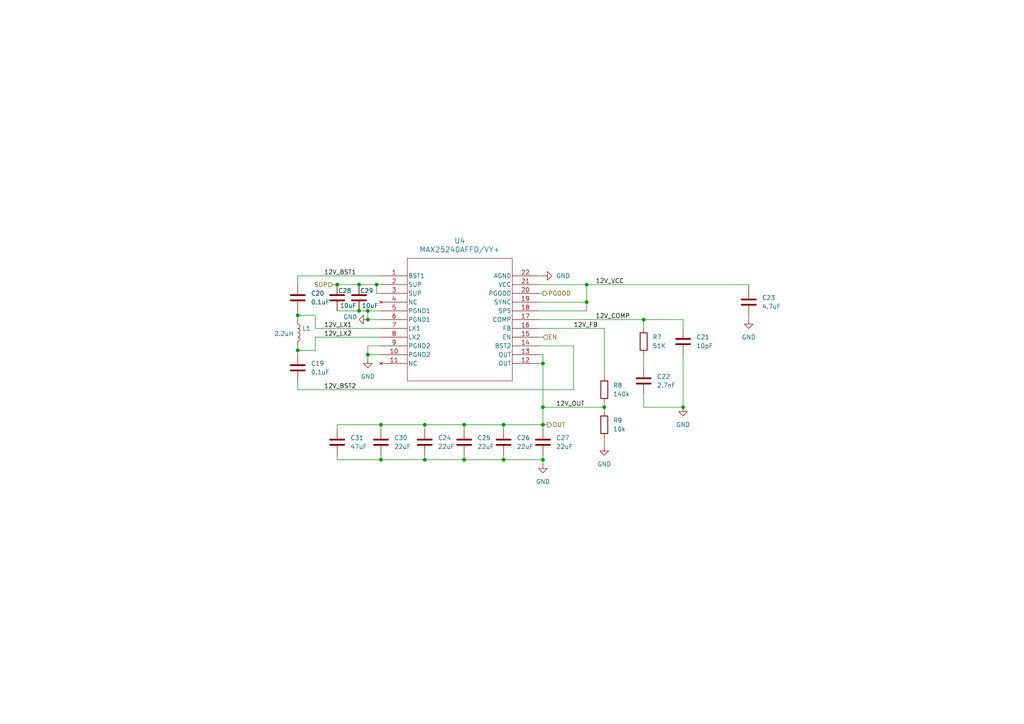
<source format=kicad_sch>
(kicad_sch (version 20250114) (generator "eeschema") (generator_version "9.0")
  (paper "A4")
  (lib_symbols
    (symbol "Device:C" (pin_numbers (hide yes)) (pin_names (offset 0.254))
      (property "Reference" "C" (at 0.635 2.54 0))
      (property "Value" "C" (at 0.635 -2.54 0))
      (symbol "C_0_1"
        (polyline (pts (xy -2.032 0.762) (xy 2.032 0.762)) (stroke (width 0.508)))
        (polyline (pts (xy -2.032 -0.762) (xy 2.032 -0.762)) (stroke (width 0.508)))
      )
      (symbol "C_1_1"
        (pin passive line (at 0 3.81 270) (length 2.794) (name "~") (number "1"))
        (pin passive line (at 0 -3.81 90) (length 2.794) (name "~") (number "2"))
      )
    )
    (symbol "Device:L" (pin_numbers (hide yes)) (pin_names (offset 1.016) (hide yes))
      (property "Reference" "L" (at -1.27 0 90))
      (property "Value" "L" (at 1.905 0 90))
      (symbol "L_0_1"
        (arc (start 0 2.54) (mid 0.6323 1.905) (end 0 1.27))
        (arc (start 0 1.27) (mid 0.6323 0.635) (end 0 0))
        (arc (start 0 0) (mid 0.6323 -0.635) (end 0 -1.27))
        (arc (start 0 -1.27) (mid 0.6323 -1.905) (end 0 -2.54))
      )
      (symbol "L_1_1"
        (pin passive line (at 0 3.81 270) (length 1.27) (name "1") (number "1"))
        (pin passive line (at 0 -3.81 90) (length 1.27) (name "2") (number "2"))
      )
    )
    (symbol "Device:R" (pin_numbers (hide yes)) (pin_names (offset 0))
      (property "Reference" "R" (at 2.032 0 90))
      (property "Value" "R" (at 0 0 90))
      (symbol "R_0_1"
        (rectangle (start -1.016 -2.54) (end 1.016 2.54) (stroke (width 0.254)))
      )
      (symbol "R_1_1"
        (pin passive line (at 0 3.81 270) (length 1.27) (name "~") (number "1"))
        (pin passive line (at 0 -3.81 90) (length 1.27) (name "~") (number "2"))
      )
    )
    (symbol "MAX25240:MAX25240AFFD_VY+" (pin_names (offset 0.254))
      (property "Reference" "U" (at 22.86 10.16 0))
      (property "Value" "MAX25240AFFD/VY+" (at 22.86 7.62 0))
      (symbol "MAX25240AFFD_VY+_0_1"
        (polyline (pts (xy 7.62 5.08) (xy 7.62 -30.48)) (stroke (width 0.127)))
        (polyline (pts (xy 7.62 -30.48) (xy 38.1 -30.48)) (stroke (width 0.127)))
        (polyline (pts (xy 38.1 5.08) (xy 7.62 5.08)) (stroke (width 0.127)))
        (polyline (pts (xy 38.1 -30.48) (xy 38.1 5.08)) (stroke (width 0.127)))
        (pin power_in line (at 0 0 0) (length 7.62) (name "BST1") (number "1"))
        (pin power_in line (at 0 -2.54 0) (length 7.62) (name "SUP") (number "2"))
        (pin power_in line (at 0 -5.08 0) (length 7.62) (name "SUP") (number "3"))
        (pin no_connect line (at 0 -7.62 0) (length 7.62) (name "NC") (number "4"))
        (pin power_out line (at 0 -10.16 0) (length 7.62) (name "PGND1") (number "5"))
        (pin power_out line (at 0 -12.7 0) (length 7.62) (name "PGND1") (number "6"))
        (pin power_in line (at 0 -15.24 0) (length 7.62) (name "LX1") (number "7"))
        (pin power_in line (at 0 -17.78 0) (length 7.62) (name "LX2") (number "8"))
        (pin power_out line (at 0 -20.32 0) (length 7.62) (name "PGND2") (number "9"))
        (pin power_out line (at 0 -22.86 0) (length 7.62) (name "PGND2") (number "10"))
        (pin no_connect line (at 0 -25.4 0) (length 7.62) (name "NC") (number "11"))
        (pin power_out line (at 45.72 0 180) (length 7.62) (name "AGND") (number "22"))
        (pin power_in line (at 45.72 -2.54 180) (length 7.62) (name "VCC") (number "21"))
        (pin output line (at 45.72 -5.08 180) (length 7.62) (name "PGOOD") (number "20"))
        (pin input line (at 45.72 -7.62 180) (length 7.62) (name "SYNC") (number "19"))
        (pin input line (at 45.72 -10.16 180) (length 7.62) (name "SPS") (number "18"))
        (pin output line (at 45.72 -12.7 180) (length 7.62) (name "COMP") (number "17"))
        (pin input line (at 45.72 -15.24 180) (length 7.62) (name "FB") (number "16"))
        (pin input line (at 45.72 -17.78 180) (length 7.62) (name "EN") (number "15"))
        (pin bidirectional line (at 45.72 -20.32 180) (length 7.62) (name "BST2") (number "14"))
        (pin output line (at 45.72 -22.86 180) (length 7.62) (name "OUT") (number "13"))
        (pin output line (at 45.72 -25.4 180) (length 7.62) (name "OUT") (number "12"))
      )
    )
    (symbol "power:GND" (power) (pin_numbers (hide yes)) (pin_names (offset 0) (hide yes))
      (property "Value" "GND" (at 0 -3.81 0))
      (symbol "GND_0_1"
        (polyline (pts (xy 0 0) (xy 0 -1.27) (xy 1.27 -1.27) (xy 0 -2.54) (xy -1.27 -1.27) (xy 0 -1.27)))
      )
      (symbol "GND_1_1"
        (pin power_in line (at 0 0 270) (length 0) (name "~") (number "1"))
      )
    )
  )
  (junction (at 97.79 82.55))
  (junction (at 170.18 82.55))
  (junction (at 106.68 102.87))
  (junction (at 104.14 90.17))
  (junction (at 157.48 118.11))
  (junction (at 134.62 123.19))
  (junction (at 109.22 82.55))
  (junction (at 86.36 91.44))
  (junction (at 110.49 123.19))
  (junction (at 157.48 105.41))
  (junction (at 186.69 92.71))
  (junction (at 123.19 123.19))
  (junction (at 106.68 90.17))
  (junction (at 157.48 133.35))
  (junction (at 86.36 101.6))
  (junction (at 146.05 123.19))
  (junction (at 170.18 87.63))
  (junction (at 110.49 133.35))
  (junction (at 104.14 82.55))
  (junction (at 198.12 118.11))
  (junction (at 106.68 92.71))
  (junction (at 123.19 133.35))
  (junction (at 146.05 133.35))
  (junction (at 157.48 123.19))
  (junction (at 134.62 133.35))
  (junction (at 175.26 118.11))
  (wire (pts (xy 198.12 92.71) (xy 198.12 95.25)))
  (wire (pts (xy 91.44 101.6) (xy 86.36 101.6)))
  (wire (pts (xy 156.21 95.25) (xy 175.26 95.25)))
  (wire (pts (xy 134.62 123.19) (xy 134.62 124.46)))
  (wire (pts (xy 110.49 85.09) (xy 109.22 85.09)))
  (wire (pts (xy 109.22 82.55) (xy 110.49 82.55)))
  (wire (pts (xy 97.79 123.19) (xy 110.49 123.19)))
  (wire (pts (xy 104.14 82.55) (xy 109.22 82.55)))
  (wire (pts (xy 110.49 133.35) (xy 123.19 133.35)))
  (wire (pts (xy 110.49 95.25) (xy 91.44 95.25)))
  (wire (pts (xy 156.21 87.63) (xy 170.18 87.63)))
  (wire (pts (xy 186.69 118.11) (xy 198.12 118.11)))
  (wire (pts (xy 170.18 87.63) (xy 170.18 82.55)))
  (wire (pts (xy 96.52 82.55) (xy 97.79 82.55)))
  (wire (pts (xy 134.62 123.19) (xy 146.05 123.19)))
  (wire (pts (xy 86.36 90.17) (xy 86.36 91.44)))
  (wire (pts (xy 198.12 102.87) (xy 198.12 118.11)))
  (wire (pts (xy 156.21 92.71) (xy 186.69 92.71)))
  (wire (pts (xy 123.19 133.35) (xy 134.62 133.35)))
  (wire (pts (xy 157.48 123.19) (xy 158.75 123.19)))
  (wire (pts (xy 110.49 123.19) (xy 123.19 123.19)))
  (wire (pts (xy 175.26 119.38) (xy 175.26 118.11)))
  (wire (pts (xy 123.19 124.46) (xy 123.19 123.19)))
  (wire (pts (xy 86.36 101.6) (xy 86.36 102.87)))
  (wire (pts (xy 156.21 80.01) (xy 157.48 80.01)))
  (wire (pts (xy 134.62 133.35) (xy 146.05 133.35)))
  (wire (pts (xy 217.17 82.55) (xy 217.17 83.82)))
  (wire (pts (xy 146.05 123.19) (xy 146.05 124.46)))
  (wire (pts (xy 186.69 114.3) (xy 186.69 118.11)))
  (wire (pts (xy 110.49 100.33) (xy 106.68 100.33)))
  (wire (pts (xy 110.49 92.71) (xy 106.68 92.71)))
  (wire (pts (xy 157.48 133.35) (xy 157.48 132.08)))
  (wire (pts (xy 106.68 90.17) (xy 106.68 92.71)))
  (wire (pts (xy 146.05 133.35) (xy 157.48 133.35)))
  (wire (pts (xy 86.36 80.01) (xy 110.49 80.01)))
  (wire (pts (xy 156.21 97.79) (xy 157.48 97.79)))
  (wire (pts (xy 109.22 85.09) (xy 109.22 82.55)))
  (wire (pts (xy 123.19 132.08) (xy 123.19 133.35)))
  (wire (pts (xy 186.69 92.71) (xy 198.12 92.71)))
  (wire (pts (xy 170.18 90.17) (xy 170.18 87.63)))
  (wire (pts (xy 186.69 92.71) (xy 186.69 95.25)))
  (wire (pts (xy 97.79 82.55) (xy 104.14 82.55)))
  (wire (pts (xy 166.37 100.33) (xy 156.21 100.33)))
  (wire (pts (xy 123.19 123.19) (xy 134.62 123.19)))
  (wire (pts (xy 146.05 132.08) (xy 146.05 133.35)))
  (wire (pts (xy 157.48 133.35) (xy 157.48 134.62)))
  (wire (pts (xy 97.79 132.08) (xy 97.79 133.35)))
  (wire (pts (xy 156.21 102.87) (xy 157.48 102.87)))
  (wire (pts (xy 86.36 101.6) (xy 86.36 100.33)))
  (wire (pts (xy 156.21 105.41) (xy 157.48 105.41)))
  (wire (pts (xy 166.37 113.03) (xy 166.37 100.33)))
  (wire (pts (xy 157.48 123.19) (xy 146.05 123.19)))
  (wire (pts (xy 110.49 132.08) (xy 110.49 133.35)))
  (wire (pts (xy 110.49 124.46) (xy 110.49 123.19)))
  (wire (pts (xy 97.79 124.46) (xy 97.79 123.19)))
  (wire (pts (xy 106.68 100.33) (xy 106.68 102.87)))
  (wire (pts (xy 170.18 82.55) (xy 156.21 82.55)))
  (wire (pts (xy 156.21 90.17) (xy 170.18 90.17)))
  (wire (pts (xy 157.48 105.41) (xy 157.48 118.11)))
  (wire (pts (xy 175.26 118.11) (xy 157.48 118.11)))
  (wire (pts (xy 217.17 82.55) (xy 170.18 82.55)))
  (wire (pts (xy 91.44 97.79) (xy 91.44 101.6)))
  (wire (pts (xy 110.49 90.17) (xy 106.68 90.17)))
  (wire (pts (xy 106.68 102.87) (xy 106.68 104.14)))
  (wire (pts (xy 97.79 133.35) (xy 110.49 133.35)))
  (wire (pts (xy 110.49 97.79) (xy 91.44 97.79)))
  (wire (pts (xy 217.17 91.44) (xy 217.17 92.71)))
  (wire (pts (xy 86.36 110.49) (xy 86.36 113.03)))
  (wire (pts (xy 175.26 127) (xy 175.26 129.54)))
  (wire (pts (xy 175.26 116.84) (xy 175.26 118.11)))
  (wire (pts (xy 156.21 85.09) (xy 157.48 85.09)))
  (wire (pts (xy 175.26 109.22) (xy 175.26 95.25)))
  (wire (pts (xy 104.14 90.17) (xy 106.68 90.17)))
  (wire (pts (xy 86.36 113.03) (xy 166.37 113.03)))
  (wire (pts (xy 157.48 118.11) (xy 157.48 123.19)))
  (wire (pts (xy 86.36 91.44) (xy 86.36 92.71)))
  (wire (pts (xy 91.44 95.25) (xy 91.44 91.44)))
  (wire (pts (xy 157.48 123.19) (xy 157.48 124.46)))
  (wire (pts (xy 186.69 102.87) (xy 186.69 106.68)))
  (wire (pts (xy 91.44 91.44) (xy 86.36 91.44)))
  (wire (pts (xy 86.36 82.55) (xy 86.36 80.01)))
  (wire (pts (xy 134.62 132.08) (xy 134.62 133.35)))
  (wire (pts (xy 157.48 102.87) (xy 157.48 105.41)))
  (wire (pts (xy 106.68 102.87) (xy 110.49 102.87)))
  (wire (pts (xy 97.79 90.17) (xy 104.14 90.17)))
  (label "12V_BST1" (at 93.98 80.01 0))
  (label "12V_COMP" (at 172.72 92.71 0))
  (label "12V_BST2" (at 93.98 113.03 0))
  (label "12V_FB" (at 166.37 95.25 0))
  (label "12V_LX1" (at 93.98 95.25 0))
  (label "12V_VCC" (at 172.72 82.55 0))
  (label "12V_OUT" (at 161.29 118.11 0))
  (label "12V_LX2" (at 93.98 97.79 0))
  (hierarchical_label "PGOOD" (shape output) (at 157.48 85.09 0))
  (hierarchical_label "EN" (shape input) (at 157.48 97.79 0))
  (hierarchical_label "SUP" (shape input) (at 96.52 82.55 180))
  (hierarchical_label "OUT" (shape output) (at 158.75 123.19 0))
  (symbol (lib_id "power:GND") (at 157.48 134.62 0) (unit 1)
    (property "Reference" "#PWR024" (effects (hide yes)))
    (property "Value" "GND" (at 157.48 139.7 0))
    (property "Description" "Power symbol creates a global label with name \"GND\" , ground" (effects (hide yes)))
  )
  (symbol (lib_id "Device:C") (at 110.49 128.27 0) (unit 1)
    (property "Reference" "C30" (at 114.3 126.9999 0) (effects (justify left)))
    (property "Value" "22uF" (at 114.3 129.5399 0) (effects (justify left)))
    (property "Description" "Unpolarized capacitor" (effects (hide yes)))
  )
  (symbol (lib_id "Device:C") (at 86.36 86.36 0) (unit 1)
    (property "Reference" "C20" (at 90.17 85.0899 0) (effects (justify left)))
    (property "Value" "0.1uF" (at 90.17 87.6299 0) (effects (justify left)))
    (property "Description" "Unpolarized capacitor" (effects (hide yes)))
  )
  (symbol (lib_id "Device:C") (at 146.05 128.27 0) (unit 1)
    (property "Reference" "C26" (at 149.86 126.9999 0) (effects (justify left)))
    (property "Value" "22uF" (at 149.86 129.5399 0) (effects (justify left)))
    (property "Description" "Unpolarized capacitor" (effects (hide yes)))
  )
  (symbol (lib_id "power:GND") (at 198.12 118.11 0) (unit 1)
    (property "Reference" "#PWR022" (effects (hide yes)))
    (property "Value" "GND" (at 198.12 123.19 0))
    (property "Description" "Power symbol creates a global label with name \"GND\" , ground" (effects (hide yes)))
  )
  (symbol (lib_id "Device:C") (at 97.79 128.27 0) (unit 1)
    (property "Reference" "C31" (at 101.6 126.9999 0) (effects (justify left)))
    (property "Value" "47uF" (at 101.6 129.5399 0) (effects (justify left)))
    (property "Description" "Unpolarized capacitor" (effects (hide yes)))
  )
  (symbol (lib_id "Device:C") (at 157.48 128.27 0) (unit 1)
    (property "Reference" "C27" (at 161.29 126.9999 0) (effects (justify left)))
    (property "Value" "22uF" (at 161.29 129.5399 0) (effects (justify left)))
    (property "Description" "Unpolarized capacitor" (effects (hide yes)))
  )
  (symbol (lib_id "power:GND") (at 175.26 129.54 0) (unit 1)
    (property "Reference" "#PWR025" (effects (hide yes)))
    (property "Value" "GND" (at 175.26 134.62 0))
    (property "Description" "Power symbol creates a global label with name \"GND\" , ground" (effects (hide yes)))
  )
  (symbol (lib_id "Device:C") (at 217.17 87.63 0) (unit 1)
    (property "Reference" "C23" (at 220.98 86.3599 0) (effects (justify left)))
    (property "Value" "4.7uF" (at 220.98 88.8999 0) (effects (justify left)))
    (property "Description" "Unpolarized capacitor" (effects (hide yes)))
  )
  (symbol (lib_id "Device:C") (at 123.19 128.27 0) (unit 1)
    (property "Reference" "C24" (at 127 126.9999 0) (effects (justify left)))
    (property "Value" "22uF" (at 127 129.5399 0) (effects (justify left)))
    (property "Description" "Unpolarized capacitor" (effects (hide yes)))
  )
  (symbol (lib_id "Device:R") (at 186.69 99.06 0) (unit 1)
    (property "Reference" "R7" (at 189.23 97.7899 0) (effects (justify left)))
    (property "Value" "51K" (at 189.23 100.3299 0) (effects (justify left)))
    (property "Description" "Resistor" (effects (hide yes)))
  )
  (symbol (lib_id "Device:C") (at 198.12 99.06 0) (unit 1)
    (property "Reference" "C21" (at 201.93 97.7899 0) (effects (justify left)))
    (property "Value" "10pF" (at 201.93 100.3299 0) (effects (justify left)))
    (property "Description" "Unpolarized capacitor" (effects (hide yes)))
  )
  (symbol (lib_id "power:GND") (at 157.48 80.01 90) (unit 1)
    (property "Reference" "#PWR021" (effects (hide yes)))
    (property "Value" "GND" (at 161.29 80.0099 90) (effects (justify right)))
    (property "Description" "Power symbol creates a global label with name \"GND\" , ground" (effects (hide yes)))
  )
  (symbol (lib_id "Device:R") (at 175.26 123.19 0) (unit 1)
    (property "Reference" "R9" (at 177.8 121.9199 0) (effects (justify left)))
    (property "Value" "10k" (at 177.8 124.4599 0) (effects (justify left)))
    (property "Description" "Resistor" (effects (hide yes)))
  )
  (symbol (lib_id "Device:L") (at 86.36 96.52 0) (unit 1)
    (property "Reference" "L1" (at 87.63 95.2499 0) (effects (justify left)))
    (property "Value" "2.2uH" (at 79.502 96.774 0) (effects (justify left)))
    (property "Description" "Inductor" (effects (hide yes)))
  )
  (symbol (lib_id "Device:C") (at 134.62 128.27 0) (unit 1)
    (property "Reference" "C25" (at 138.43 126.9999 0) (effects (justify left)))
    (property "Value" "22uF" (at 138.43 129.5399 0) (effects (justify left)))
    (property "Description" "Unpolarized capacitor" (effects (hide yes)))
  )
  (symbol (lib_id "Device:C") (at 86.36 106.68 0) (unit 1)
    (property "Reference" "C19" (at 90.17 105.4099 0) (effects (justify left)))
    (property "Value" "0.1uF" (at 90.17 107.9499 0) (effects (justify left)))
    (property "Description" "Unpolarized capacitor" (effects (hide yes)))
  )
  (symbol (lib_id "Device:R") (at 175.26 113.03 0) (unit 1)
    (property "Reference" "R8" (at 177.8 111.7599 0) (effects (justify left)))
    (property "Value" "140k" (at 177.8 114.2999 0) (effects (justify left)))
    (property "Description" "Resistor" (effects (hide yes)))
  )
  (symbol (lib_id "power:GND") (at 217.17 92.71 0) (unit 1)
    (property "Reference" "#PWR023" (effects (hide yes)))
    (property "Value" "GND" (at 217.17 97.79 0))
    (property "Description" "Power symbol creates a global label with name \"GND\" , ground" (effects (hide yes)))
  )
  (symbol (lib_id "power:GND") (at 106.68 92.71 270) (unit 1)
    (property "Reference" "#PWR020" (effects (hide yes)))
    (property "Value" "GND" (at 103.632 91.948 90) (effects (justify right)))
    (property "Description" "Power symbol creates a global label with name \"GND\" , ground" (effects (hide yes)))
  )
  (symbol (lib_id "Device:C") (at 104.14 86.36 0) (unit 1)
    (property "Reference" "C29" (at 104.394 84.328 0) (effects (justify left)))
    (property "Value" "10uF" (at 104.902 88.646 0) (effects (justify left)))
    (property "Description" "Unpolarized capacitor" (effects (hide yes)))
  )
  (symbol (lib_id "MAX25240:MAX25240AFFD_VY+") (at 110.49 80.01 0) (unit 1)
    (property "Reference" "U4" (at 133.35 69.85 0) (effects (font (size 1.524 1.524))))
    (property "Value" "MAX25240AFFD/VY+" (at 133.35 72.39 0) (effects (font (size 1.524 1.524))))
    (property "Footprint" "21-100399_90-100137_ADI" (effects (hide yes)))
    (property "Datasheet" "MAX25240AFFD/VY+" (effects (hide yes)))
  )
  (symbol (lib_id "Device:C") (at 186.69 110.49 0) (unit 1)
    (property "Reference" "C22" (at 190.5 109.2199 0) (effects (justify left)))
    (property "Value" "2.7nF" (at 190.5 111.7599 0) (effects (justify left)))
    (property "Description" "Unpolarized capacitor" (effects (hide yes)))
  )
  (symbol (lib_id "power:GND") (at 106.68 104.14 0) (unit 1)
    (property "Reference" "#PWR019" (effects (hide yes)))
    (property "Value" "GND" (at 106.68 109.22 0))
    (property "Description" "Power symbol creates a global label with name \"GND\" , ground" (effects (hide yes)))
  )
  (symbol (lib_id "Device:C") (at 97.79 86.36 0) (unit 1)
    (property "Reference" "C28" (at 98.044 84.328 0) (effects (justify left)))
    (property "Value" "10uF" (at 98.552 88.646 0) (effects (justify left)))
    (property "Description" "Unpolarized capacitor" (effects (hide yes)))
  )
)
</source>
